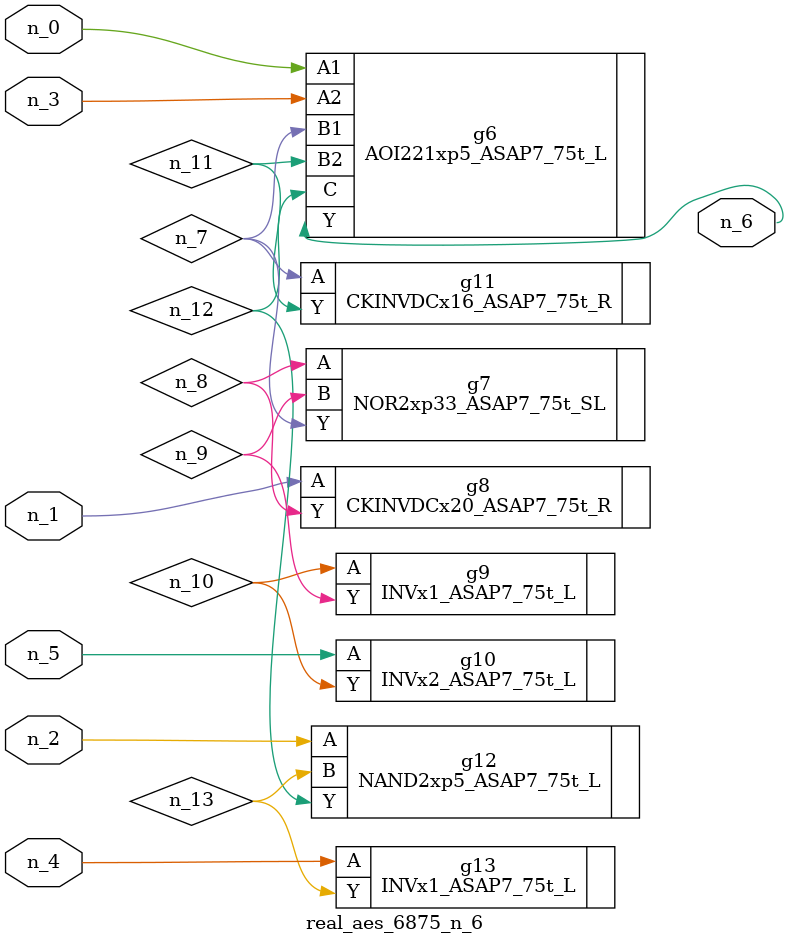
<source format=v>
module real_aes_6875_n_6 (n_4, n_0, n_3, n_5, n_2, n_1, n_6);
input n_4;
input n_0;
input n_3;
input n_5;
input n_2;
input n_1;
output n_6;
wire n_13;
wire n_7;
wire n_8;
wire n_12;
wire n_9;
wire n_10;
wire n_11;
AOI221xp5_ASAP7_75t_L g6 ( .A1(n_0), .A2(n_3), .B1(n_7), .B2(n_11), .C(n_12), .Y(n_6) );
CKINVDCx20_ASAP7_75t_R g8 ( .A(n_1), .Y(n_8) );
NAND2xp5_ASAP7_75t_L g12 ( .A(n_2), .B(n_13), .Y(n_12) );
INVx1_ASAP7_75t_L g13 ( .A(n_4), .Y(n_13) );
INVx2_ASAP7_75t_L g10 ( .A(n_5), .Y(n_10) );
CKINVDCx16_ASAP7_75t_R g11 ( .A(n_7), .Y(n_11) );
NOR2xp33_ASAP7_75t_SL g7 ( .A(n_8), .B(n_9), .Y(n_7) );
INVx1_ASAP7_75t_L g9 ( .A(n_10), .Y(n_9) );
endmodule
</source>
